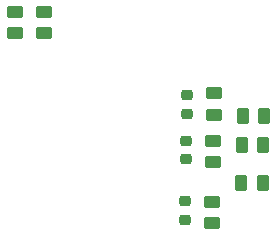
<source format=gbr>
%TF.GenerationSoftware,KiCad,Pcbnew,8.0.8*%
%TF.CreationDate,2025-02-10T09:27:38+01:00*%
%TF.ProjectId,Ares_v1_BaseBoard,41726573-5f76-4315-9f42-617365426f61,rev?*%
%TF.SameCoordinates,Original*%
%TF.FileFunction,Paste,Top*%
%TF.FilePolarity,Positive*%
%FSLAX46Y46*%
G04 Gerber Fmt 4.6, Leading zero omitted, Abs format (unit mm)*
G04 Created by KiCad (PCBNEW 8.0.8) date 2025-02-10 09:27:38*
%MOMM*%
%LPD*%
G01*
G04 APERTURE LIST*
G04 Aperture macros list*
%AMRoundRect*
0 Rectangle with rounded corners*
0 $1 Rounding radius*
0 $2 $3 $4 $5 $6 $7 $8 $9 X,Y pos of 4 corners*
0 Add a 4 corners polygon primitive as box body*
4,1,4,$2,$3,$4,$5,$6,$7,$8,$9,$2,$3,0*
0 Add four circle primitives for the rounded corners*
1,1,$1+$1,$2,$3*
1,1,$1+$1,$4,$5*
1,1,$1+$1,$6,$7*
1,1,$1+$1,$8,$9*
0 Add four rect primitives between the rounded corners*
20,1,$1+$1,$2,$3,$4,$5,0*
20,1,$1+$1,$4,$5,$6,$7,0*
20,1,$1+$1,$6,$7,$8,$9,0*
20,1,$1+$1,$8,$9,$2,$3,0*%
G04 Aperture macros list end*
%ADD10RoundRect,0.250000X-0.450000X0.262500X-0.450000X-0.262500X0.450000X-0.262500X0.450000X0.262500X0*%
%ADD11RoundRect,0.250000X0.262500X0.450000X-0.262500X0.450000X-0.262500X-0.450000X0.262500X-0.450000X0*%
%ADD12RoundRect,0.225000X-0.250000X0.225000X-0.250000X-0.225000X0.250000X-0.225000X0.250000X0.225000X0*%
%ADD13RoundRect,0.225000X0.250000X-0.225000X0.250000X0.225000X-0.250000X0.225000X-0.250000X-0.225000X0*%
%ADD14RoundRect,0.250000X0.450000X-0.262500X0.450000X0.262500X-0.450000X0.262500X-0.450000X-0.262500X0*%
G04 APERTURE END LIST*
D10*
%TO.C,R1*%
X151300000Y-90275000D03*
X151300000Y-92100000D03*
%TD*%
%TO.C,R2*%
X153800000Y-90275000D03*
X153800000Y-92100000D03*
%TD*%
D11*
%TO.C,R7*%
X172400000Y-99100000D03*
X170575000Y-99100000D03*
%TD*%
D12*
%TO.C,C5*%
X165700000Y-106350000D03*
X165700000Y-107900000D03*
%TD*%
%TO.C,C6*%
X165800000Y-101200000D03*
X165800000Y-102750000D03*
%TD*%
D11*
%TO.C,R3*%
X172300000Y-104800000D03*
X170475000Y-104800000D03*
%TD*%
D10*
%TO.C,R4*%
X168000000Y-106375000D03*
X168000000Y-108200000D03*
%TD*%
D13*
%TO.C,C7*%
X165900000Y-98900000D03*
X165900000Y-97350000D03*
%TD*%
D14*
%TO.C,R8*%
X168200000Y-99012500D03*
X168200000Y-97187500D03*
%TD*%
D10*
%TO.C,R6*%
X168100000Y-101200000D03*
X168100000Y-103025000D03*
%TD*%
D11*
%TO.C,R5*%
X172325000Y-101600000D03*
X170500000Y-101600000D03*
%TD*%
M02*

</source>
